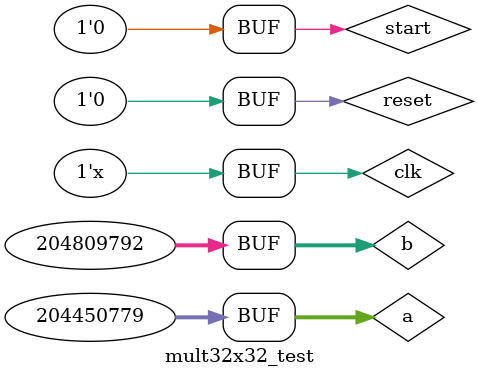
<source format=sv>
module mult32x32_test;

    logic clk;            // Clock
    logic reset;          // Reset
    logic start;          // Start signal
    logic [31:0] a;       // Input a
    logic [31:0] b;       // Input b
    logic busy;           // Multiplier busy indication
    logic [63:0] product; // Miltiplication product

// Put your code here
	mult32x32 mult32x32_test (
		.clk(clk),
		.reset(reset),
		.start(start),
		.a(a),
		.b(b),
		.busy(busy),
		.product(product)
	); 
	
	initial begin
		clk = 1'b1;
		start = 1'b0;
		reset = 1'b1;
		#40
		reset = 1'b0;
		a = 32'd204450779;
		b = 32'd204809792;
		#10
		start = 1'b1;
		#10
		start = 1'b0;
	end
	always begin
		#5
		clk = ~clk;
	end
// End of your code

endmodule

</source>
